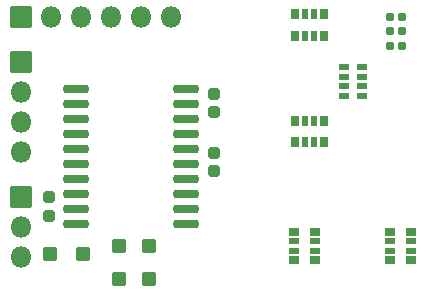
<source format=gts>
G04 #@! TF.GenerationSoftware,KiCad,Pcbnew,6.0.1-79c1e3a40b~116~ubuntu21.04.1*
G04 #@! TF.CreationDate,2022-02-15T17:28:44-05:00*
G04 #@! TF.ProjectId,ESC_V5,4553435f-5635-42e6-9b69-6361645f7063,rev?*
G04 #@! TF.SameCoordinates,Original*
G04 #@! TF.FileFunction,Soldermask,Top*
G04 #@! TF.FilePolarity,Negative*
%FSLAX46Y46*%
G04 Gerber Fmt 4.6, Leading zero omitted, Abs format (unit mm)*
G04 Created by KiCad (PCBNEW 6.0.1-79c1e3a40b~116~ubuntu21.04.1) date 2022-02-15 17:28:44*
%MOMM*%
%LPD*%
G01*
G04 APERTURE LIST*
G04 Aperture macros list*
%AMRoundRect*
0 Rectangle with rounded corners*
0 $1 Rounding radius*
0 $2 $3 $4 $5 $6 $7 $8 $9 X,Y pos of 4 corners*
0 Add a 4 corners polygon primitive as box body*
4,1,4,$2,$3,$4,$5,$6,$7,$8,$9,$2,$3,0*
0 Add four circle primitives for the rounded corners*
1,1,$1+$1,$2,$3*
1,1,$1+$1,$4,$5*
1,1,$1+$1,$6,$7*
1,1,$1+$1,$8,$9*
0 Add four rect primitives between the rounded corners*
20,1,$1+$1,$2,$3,$4,$5,0*
20,1,$1+$1,$4,$5,$6,$7,0*
20,1,$1+$1,$6,$7,$8,$9,0*
20,1,$1+$1,$8,$9,$2,$3,0*%
G04 Aperture macros list end*
%ADD10RoundRect,0.268750X-0.256250X0.218750X-0.256250X-0.218750X0.256250X-0.218750X0.256250X0.218750X0*%
%ADD11RoundRect,0.268750X0.256250X-0.218750X0.256250X0.218750X-0.256250X0.218750X-0.256250X-0.218750X0*%
%ADD12RoundRect,0.197500X-0.147500X-0.172500X0.147500X-0.172500X0.147500X0.172500X-0.147500X0.172500X0*%
%ADD13RoundRect,0.050000X-0.550000X0.550000X-0.550000X-0.550000X0.550000X-0.550000X0.550000X0.550000X0*%
%ADD14RoundRect,0.050000X0.550000X0.550000X-0.550000X0.550000X-0.550000X-0.550000X0.550000X-0.550000X0*%
%ADD15RoundRect,0.050000X-0.250000X0.400000X-0.250000X-0.400000X0.250000X-0.400000X0.250000X0.400000X0*%
%ADD16RoundRect,0.050000X-0.200000X0.400000X-0.200000X-0.400000X0.200000X-0.400000X0.200000X0.400000X0*%
%ADD17RoundRect,0.050000X0.380000X0.215000X-0.380000X0.215000X-0.380000X-0.215000X0.380000X-0.215000X0*%
%ADD18RoundRect,0.050000X-0.400000X-0.250000X0.400000X-0.250000X0.400000X0.250000X-0.400000X0.250000X0*%
%ADD19RoundRect,0.050000X-0.400000X-0.200000X0.400000X-0.200000X0.400000X0.200000X-0.400000X0.200000X0*%
%ADD20RoundRect,0.050000X0.400000X0.250000X-0.400000X0.250000X-0.400000X-0.250000X0.400000X-0.250000X0*%
%ADD21RoundRect,0.050000X0.400000X0.200000X-0.400000X0.200000X-0.400000X-0.200000X0.400000X-0.200000X0*%
%ADD22RoundRect,0.200000X-0.875000X-0.150000X0.875000X-0.150000X0.875000X0.150000X-0.875000X0.150000X0*%
%ADD23RoundRect,0.050000X0.850000X0.850000X-0.850000X0.850000X-0.850000X-0.850000X0.850000X-0.850000X0*%
%ADD24O,1.800000X1.800000*%
%ADD25RoundRect,0.050000X-0.850000X0.850000X-0.850000X-0.850000X0.850000X-0.850000X0.850000X0.850000X0*%
G04 APERTURE END LIST*
D10*
X138000000Y-148212500D03*
X138000000Y-149787500D03*
X138000000Y-153212500D03*
X138000000Y-154787500D03*
D11*
X124000000Y-158575000D03*
X124000000Y-157000000D03*
D12*
X152915000Y-142950000D03*
X153885000Y-142950000D03*
X152915000Y-144200000D03*
X153885000Y-144200000D03*
X152915000Y-141700000D03*
X153885000Y-141700000D03*
D13*
X130000000Y-161100000D03*
X130000000Y-163900000D03*
X132500000Y-161100000D03*
X132500000Y-163900000D03*
D14*
X126900000Y-161800000D03*
X124100000Y-161800000D03*
D15*
X147300000Y-150500000D03*
D16*
X146500000Y-150500000D03*
X145700000Y-150500000D03*
D15*
X144900000Y-150500000D03*
X144900000Y-152300000D03*
D16*
X145700000Y-152300000D03*
X146500000Y-152300000D03*
D15*
X147300000Y-152300000D03*
D17*
X149000000Y-146000000D03*
X149000000Y-146800000D03*
X149000000Y-147600000D03*
X149000000Y-148400000D03*
X150520000Y-148400000D03*
X150520000Y-147600000D03*
X150520000Y-146800000D03*
X150520000Y-146000000D03*
D18*
X144800000Y-159900000D03*
D19*
X144800000Y-160700000D03*
X144800000Y-161500000D03*
D18*
X144800000Y-162300000D03*
X146600000Y-162300000D03*
D19*
X146600000Y-161500000D03*
X146600000Y-160700000D03*
D18*
X146600000Y-159900000D03*
D20*
X154700000Y-162300000D03*
D21*
X154700000Y-161500000D03*
X154700000Y-160700000D03*
D20*
X154700000Y-159900000D03*
X152900000Y-159900000D03*
D21*
X152900000Y-160700000D03*
X152900000Y-161500000D03*
D20*
X152900000Y-162300000D03*
D15*
X147300000Y-141500000D03*
D16*
X146500000Y-141500000D03*
X145700000Y-141500000D03*
D15*
X144900000Y-141500000D03*
X144900000Y-143300000D03*
D16*
X145700000Y-143300000D03*
X146500000Y-143300000D03*
D15*
X147300000Y-143300000D03*
D22*
X126350000Y-147785000D03*
X126350000Y-149055000D03*
X126350000Y-150325000D03*
X126350000Y-151595000D03*
X126350000Y-152865000D03*
X126350000Y-154135000D03*
X126350000Y-155405000D03*
X126350000Y-156675000D03*
X126350000Y-157945000D03*
X126350000Y-159215000D03*
X135650000Y-159215000D03*
X135650000Y-157945000D03*
X135650000Y-156675000D03*
X135650000Y-155405000D03*
X135650000Y-154135000D03*
X135650000Y-152865000D03*
X135650000Y-151595000D03*
X135650000Y-150325000D03*
X135650000Y-149055000D03*
X135650000Y-147785000D03*
D23*
X121650000Y-145540000D03*
D24*
X121650000Y-148080000D03*
X121650000Y-150620000D03*
X121650000Y-153160000D03*
D23*
X121650000Y-156970000D03*
D24*
X121650000Y-159510000D03*
X121650000Y-162050000D03*
D25*
X121650000Y-141730000D03*
D24*
X124190000Y-141730000D03*
X126730000Y-141730000D03*
X129270000Y-141730000D03*
X131810000Y-141730000D03*
X134350000Y-141730000D03*
M02*

</source>
